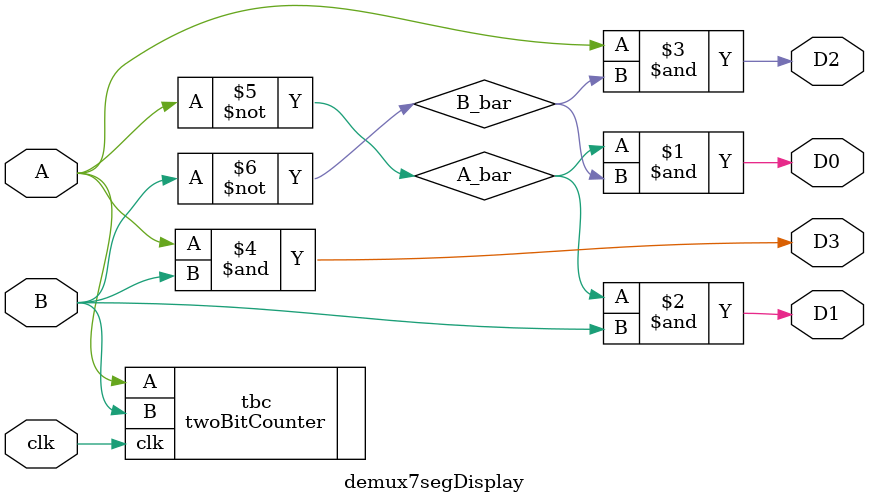
<source format=v>
module demux7segDisplay(clk, D0, D1, D2, D3, A, B);
	
	// Declaraçao de entradas e saidas
	input clk;
	output D0, D1, D2, D3;
	inout A, B;
	
	// Declaraçao Fios intermediarios
	wire Q_F0, Q_F1, A_bar, B_bar;
	
	//Logica dos digitos
	not not0 (A_bar, A);
	not not1 (B_bar, B);
	and and1 (D0, A_bar, B_bar);
	and and2 (D1, A_bar, B);
	and and3 (D2, A, B_bar);
	and and4 (D3, A, B);
	
	twoBitCounter tbc(
	.clk(clk),
	.A (A),
	.B (B)
);

endmodule
</source>
